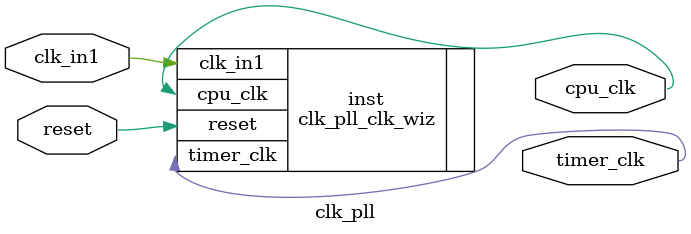
<source format=v>


`timescale 1ps/1ps

(* CORE_GENERATION_INFO = "clk_pll,clk_wiz_v6_0_4_0_0,{component_name=clk_pll,use_phase_alignment=true,use_min_o_jitter=false,use_max_i_jitter=false,use_dyn_phase_shift=false,use_inclk_switchover=false,use_dyn_reconfig=false,enable_axi=0,feedback_source=FDBK_AUTO,PRIMITIVE=PLL,num_out_clk=2,clkin1_period=10.000,clkin2_period=10.000,use_power_down=false,use_reset=true,use_locked=false,use_inclk_stopped=false,feedback_type=SINGLE,CLOCK_MGR_TYPE=NA,manual_override=false}" *)

module clk_pll 
 (
  // Clock out ports
  output        cpu_clk,
  output        timer_clk,
  // Status and control signals
  input         reset,
 // Clock in ports
  input         clk_in1
 );

  clk_pll_clk_wiz inst
  (
  // Clock out ports  
  .cpu_clk(cpu_clk),
  .timer_clk(timer_clk),
  // Status and control signals               
  .reset(reset), 
 // Clock in ports
  .clk_in1(clk_in1)
  );

endmodule

</source>
